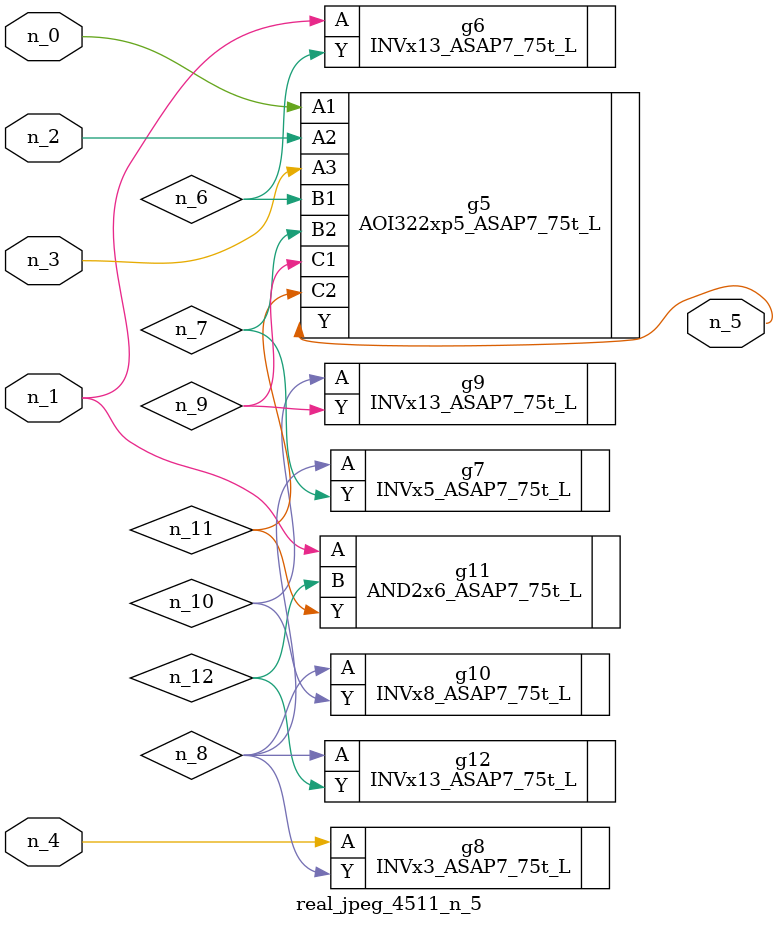
<source format=v>
module real_jpeg_4511_n_5 (n_4, n_0, n_1, n_2, n_3, n_5);

input n_4;
input n_0;
input n_1;
input n_2;
input n_3;

output n_5;

wire n_12;
wire n_8;
wire n_11;
wire n_6;
wire n_7;
wire n_10;
wire n_9;

AOI322xp5_ASAP7_75t_L g5 ( 
.A1(n_0),
.A2(n_2),
.A3(n_3),
.B1(n_6),
.B2(n_7),
.C1(n_9),
.C2(n_11),
.Y(n_5)
);

INVx13_ASAP7_75t_L g6 ( 
.A(n_1),
.Y(n_6)
);

AND2x6_ASAP7_75t_L g11 ( 
.A(n_1),
.B(n_12),
.Y(n_11)
);

INVx3_ASAP7_75t_L g8 ( 
.A(n_4),
.Y(n_8)
);

INVx5_ASAP7_75t_L g7 ( 
.A(n_8),
.Y(n_7)
);

INVx8_ASAP7_75t_L g10 ( 
.A(n_8),
.Y(n_10)
);

INVx13_ASAP7_75t_L g12 ( 
.A(n_8),
.Y(n_12)
);

INVx13_ASAP7_75t_L g9 ( 
.A(n_10),
.Y(n_9)
);


endmodule
</source>
